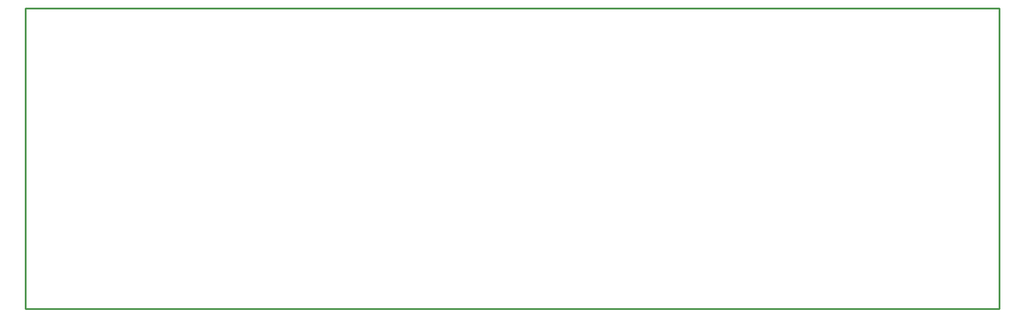
<source format=gbr>
G04 start of page 4 for group 2 idx 2 *
G04 Title: (unknown), outline *
G04 Creator: pcb 20140316 *
G04 CreationDate: Mon 29 Jan 2018 01:09:38 AM GMT UTC *
G04 For: railfan *
G04 Format: Gerber/RS-274X *
G04 PCB-Dimensions (mil): 5500.00 1700.00 *
G04 PCB-Coordinate-Origin: lower left *
%MOIN*%
%FSLAX25Y25*%
%LNOUTLINE*%
%ADD51C,0.0100*%
G54D51*X0Y170000D02*X550000D01*
Y0D01*
X0D01*
Y170000D01*
M02*

</source>
